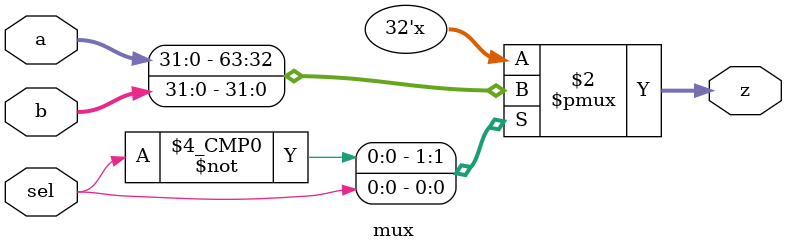
<source format=v>
`timescale 1ns / 1ps

module mux #(parameter WORD_SIZE = 32)
            (input [WORD_SIZE - 1 : 0] a, b,
             input sel,
             output reg [WORD_SIZE - 1 : 0] z);
             
    always @ (*) begin
        case (sel)
            1'b0: z <= a;
            1'b1: z <= b;
            default: z <= a;
        endcase
    end
endmodule
</source>
